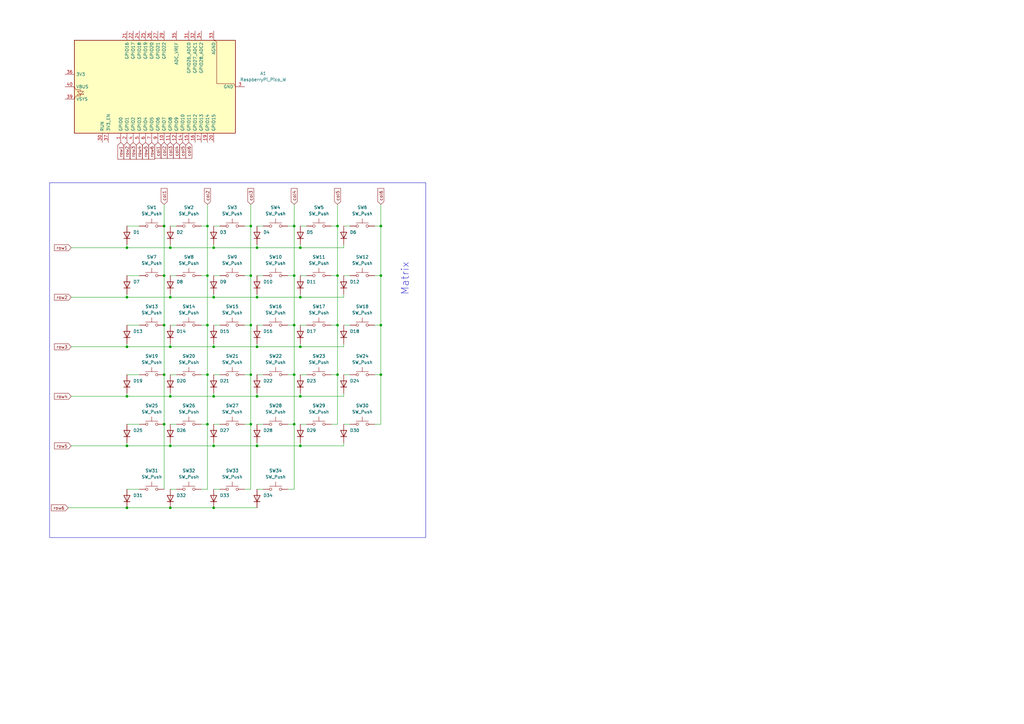
<source format=kicad_sch>
(kicad_sch (version 20250114) (generator "eeschema") (generator_version "9.0")
  (paper "A3")
  (lib_symbols
    (symbol "Diode:1N4148WT" (pin_numbers (hide yes)) (pin_names (hide yes))
      (property "Reference" "D" (at 0 2.54 0))
      (property "Value" "1N4148WT" (at 0 -2.54 0))
      (symbol "1N4148WT_0_1"
        (polyline (pts (xy -1.27 1.27) (xy -1.27 -1.27)) (stroke (width 0.254)))
        (polyline (pts (xy 1.27 1.27) (xy 1.27 -1.27) (xy -1.27 0) (xy 1.27 1.27)) (stroke (width 0.254)))
        (polyline (pts (xy 1.27 0) (xy -1.27 0)))
      )
      (symbol "1N4148WT_1_1"
        (pin passive line (at -3.81 0 0) (length 2.54) (name "K") (number "1"))
        (pin passive line (at 3.81 0 180) (length 2.54) (name "A") (number "2"))
      )
    )
    (symbol "MCU_Module:RaspberryPi_Pico_W" (pin_names (offset 0.762))
      (property "Reference" "A" (at -19.05 35.56 0))
      (property "Value" "RaspberryPi_Pico_W" (at 7.62 35.56 0))
      (symbol "RaspberryPi_Pico_W_0_1"
        (rectangle (start -19.05 34.29) (end 19.05 -31.75) (stroke (width 0.254)) (fill (type background)))
        (polyline (pts (xy -5.08 34.29) (xy -3.81 33.655) (xy -3.81 31.75) (xy -3.175 31.75)))
        (polyline (pts (xy -3.429 32.766) (xy -3.429 33.02) (xy -3.175 33.02) (xy -3.175 30.48) (xy -2.921 30.48) (xy -2.921 30.734)))
        (polyline (pts (xy -3.175 31.75) (xy -1.905 33.02) (xy -1.905 30.48) (xy -3.175 31.75)))
        (polyline (pts (xy 0 34.29) (xy -1.27 33.655) (xy -1.27 31.75) (xy -1.905 31.75)))
        (polyline (pts (xy 0 -31.75) (xy 1.27 -31.115) (xy 1.27 -24.13) (xy 18.415 -24.13) (xy 19.05 -22.86)))
      )
      (symbol "RaspberryPi_Pico_W_1_1"
        (pin passive line (at -22.86 22.86 0) (length 3.81) (name "RUN") (number "30"))
        (pin passive line (at -22.86 20.32 0) (length 3.81) (name "3V3_EN") (number "37"))
        (pin bidirectional line (at -22.86 15.24 0) (length 3.81) (name "GPIO0") (number "1"))
        (pin bidirectional line (at -22.86 12.7 0) (length 3.81) (name "GPIO1") (number "2"))
        (pin bidirectional line (at -22.86 10.16 0) (length 3.81) (name "GPIO2") (number "4"))
        (pin bidirectional line (at -22.86 7.62 0) (length 3.81) (name "GPIO3") (number "5"))
        (pin bidirectional line (at -22.86 5.08 0) (length 3.81) (name "GPIO4") (number "6"))
        (pin bidirectional line (at -22.86 2.54 0) (length 3.81) (name "GPIO5") (number "7"))
        (pin bidirectional line (at -22.86 0 0) (length 3.81) (name "GPIO6") (number "9"))
        (pin bidirectional line (at -22.86 -2.54 0) (length 3.81) (name "GPIO7") (number "10"))
        (pin bidirectional line (at -22.86 -5.08 0) (length 3.81) (name "GPIO8") (number "11"))
        (pin bidirectional line (at -22.86 -7.62 0) (length 3.81) (name "GPIO9") (number "12"))
        (pin bidirectional line (at -22.86 -10.16 0) (length 3.81) (name "GPIO10") (number "14"))
        (pin bidirectional line (at -22.86 -12.7 0) (length 3.81) (name "GPIO11") (number "15"))
        (pin bidirectional line (at -22.86 -15.24 0) (length 3.81) (name "GPIO12") (number "16"))
        (pin bidirectional line (at -22.86 -17.78 0) (length 3.81) (name "GPIO13") (number "17"))
        (pin bidirectional line (at -22.86 -20.32 0) (length 3.81) (name "GPIO14") (number "19"))
        (pin bidirectional line (at -22.86 -22.86 0) (length 3.81) (name "GPIO15") (number "20"))
        (pin power_in line (at -5.08 38.1 270) (length 3.81) (name "VSYS") (number "39"))
        (pin power_out line (at 0 38.1 270) (length 3.81) (name "VBUS") (number "40"))
        (pin passive line (at 0 -35.56 90) (length 3.81) (hide yes) (name "GND") (number "13"))
        (pin passive line (at 0 -35.56 90) (length 3.81) (hide yes) (name "GND") (number "18"))
        (pin passive line (at 0 -35.56 90) (length 3.81) (hide yes) (name "GND") (number "23"))
        (pin passive line (at 0 -35.56 90) (length 3.81) (hide yes) (name "GND") (number "28"))
        (pin power_out line (at 0 -35.56 90) (length 3.81) (name "GND") (number "3"))
        (pin passive line (at 0 -35.56 90) (length 3.81) (hide yes) (name "GND") (number "38"))
        (pin passive line (at 0 -35.56 90) (length 3.81) (hide yes) (name "GND") (number "8"))
        (pin power_out line (at 5.08 38.1 270) (length 3.81) (name "3V3") (number "36"))
        (pin bidirectional line (at 22.86 12.7 180) (length 3.81) (name "GPIO16") (number "21"))
        (pin bidirectional line (at 22.86 10.16 180) (length 3.81) (name "GPIO17") (number "22"))
        (pin bidirectional line (at 22.86 7.62 180) (length 3.81) (name "GPIO18") (number "24"))
        (pin bidirectional line (at 22.86 5.08 180) (length 3.81) (name "GPIO19") (number "25"))
        (pin bidirectional line (at 22.86 2.54 180) (length 3.81) (name "GPIO20") (number "26"))
        (pin bidirectional line (at 22.86 0 180) (length 3.81) (name "GPIO21") (number "27"))
        (pin bidirectional line (at 22.86 -2.54 180) (length 3.81) (name "GPIO22") (number "29"))
        (pin power_in line (at 22.86 -7.62 180) (length 3.81) (name "ADC_VREF") (number "35"))
        (pin bidirectional line (at 22.86 -12.7 180) (length 3.81) (name "GPIO26_ADC0") (number "31"))
        (pin bidirectional line (at 22.86 -15.24 180) (length 3.81) (name "GPIO27_ADC1") (number "32"))
        (pin bidirectional line (at 22.86 -17.78 180) (length 3.81) (name "GPIO28_ADC2") (number "34"))
        (pin power_out line (at 22.86 -22.86 180) (length 3.81) (name "AGND") (number "33"))
      )
    )
    (symbol "Switch:SW_Push" (pin_numbers (hide yes)) (pin_names (offset 1.016) (hide yes))
      (property "Reference" "SW" (at 1.27 2.54 0))
      (property "Value" "SW_Push" (at 0 -1.524 0))
      (symbol "SW_Push_0_1"
        (circle (center -2.032 0) (radius 0.508))
        (polyline (pts (xy 0 1.27) (xy 0 3.048)))
        (circle (center 2.032 0) (radius 0.508))
        (polyline (pts (xy 2.54 1.27) (xy -2.54 1.27)))
        (pin passive line (at -5.08 0 0) (length 2.54) (name "1") (number "1"))
        (pin passive line (at 5.08 0 180) (length 2.54) (name "2") (number "2"))
      )
    )
  )
  (rectangle (start 20.32 74.93) (end 174.625 220.472))
  (text "Matrix\n" (at 167.894 107.442 90) (effects (font (size 3 3)) (justify right bottom)))
  (junction (at 52.07 142.24))
  (junction (at 123.19 121.92))
  (junction (at 120.65 113.03))
  (junction (at 69.85 162.56))
  (junction (at 67.31 173.99))
  (junction (at 87.63 162.56))
  (junction (at 105.41 121.92))
  (junction (at 67.31 133.35))
  (junction (at 67.31 153.67))
  (junction (at 102.87 113.03))
  (junction (at 87.63 121.92))
  (junction (at 85.09 113.03))
  (junction (at 156.21 133.35))
  (junction (at 138.43 153.67))
  (junction (at 69.85 208.28))
  (junction (at 87.63 142.24))
  (junction (at 120.65 173.99))
  (junction (at 87.63 182.88))
  (junction (at 52.07 162.56))
  (junction (at 120.65 153.67))
  (junction (at 102.87 92.71))
  (junction (at 85.09 92.71))
  (junction (at 52.07 121.92))
  (junction (at 102.87 133.35))
  (junction (at 69.85 182.88))
  (junction (at 123.19 162.56))
  (junction (at 123.19 101.6))
  (junction (at 85.09 173.99))
  (junction (at 105.41 142.24))
  (junction (at 138.43 113.03))
  (junction (at 102.87 173.99))
  (junction (at 156.21 113.03))
  (junction (at 123.19 182.88))
  (junction (at 85.09 133.35))
  (junction (at 69.85 101.6))
  (junction (at 105.41 162.56))
  (junction (at 156.21 153.67))
  (junction (at 87.63 101.6))
  (junction (at 120.65 92.71))
  (junction (at 52.07 101.6))
  (junction (at 52.07 182.88))
  (junction (at 52.07 208.28))
  (junction (at 123.19 142.24))
  (junction (at 105.41 182.88))
  (junction (at 67.31 113.03))
  (junction (at 85.09 153.67))
  (junction (at 105.41 101.6))
  (junction (at 69.85 142.24))
  (junction (at 138.43 133.35))
  (junction (at 67.31 92.71))
  (junction (at 87.63 208.28))
  (junction (at 156.21 92.71))
  (junction (at 138.43 92.71))
  (junction (at 69.85 121.92))
  (junction (at 102.87 153.67))
  (junction (at 120.65 133.35))
  (wire (pts (xy 102.87 173.99) (xy 102.87 200.66)))
  (wire (pts (xy 67.31 133.35) (xy 67.31 153.67)))
  (wire (pts (xy 85.09 133.35) (xy 85.09 153.67)))
  (wire (pts (xy 87.63 133.35) (xy 90.17 133.35)))
  (wire (pts (xy 85.09 92.71) (xy 85.09 113.03)))
  (wire (pts (xy 52.07 208.28) (xy 69.85 208.28)))
  (wire (pts (xy 118.11 153.67) (xy 120.65 153.67)))
  (wire (pts (xy 67.31 153.67) (xy 67.31 173.99)))
  (wire (pts (xy 156.21 83.82) (xy 156.21 92.71)))
  (wire (pts (xy 100.33 113.03) (xy 102.87 113.03)))
  (wire (pts (xy 69.85 161.29) (xy 69.85 162.56)))
  (wire (pts (xy 87.63 92.71) (xy 90.17 92.71)))
  (wire (pts (xy 29.21 142.24) (xy 52.07 142.24)))
  (wire (pts (xy 69.85 120.65) (xy 69.85 121.92)))
  (wire (pts (xy 82.55 113.03) (xy 85.09 113.03)))
  (wire (pts (xy 123.19 121.92) (xy 140.97 121.92)))
  (wire (pts (xy 105.41 92.71) (xy 107.95 92.71)))
  (wire (pts (xy 135.89 133.35) (xy 138.43 133.35)))
  (wire (pts (xy 69.85 181.61) (xy 69.85 182.88)))
  (wire (pts (xy 87.63 162.56) (xy 105.41 162.56)))
  (wire (pts (xy 123.19 161.29) (xy 123.19 162.56)))
  (wire (pts (xy 118.11 200.66) (xy 120.65 200.66)))
  (wire (pts (xy 87.63 100.33) (xy 87.63 101.6)))
  (wire (pts (xy 153.67 113.03) (xy 156.21 113.03)))
  (wire (pts (xy 138.43 83.82) (xy 138.43 92.71)))
  (wire (pts (xy 29.21 121.92) (xy 52.07 121.92)))
  (wire (pts (xy 120.65 83.82) (xy 120.65 92.71)))
  (wire (pts (xy 123.19 181.61) (xy 123.19 182.88)))
  (wire (pts (xy 140.97 161.29) (xy 140.97 162.56)))
  (wire (pts (xy 52.07 162.56) (xy 69.85 162.56)))
  (wire (pts (xy 105.41 121.92) (xy 123.19 121.92)))
  (wire (pts (xy 52.07 121.92) (xy 69.85 121.92)))
  (wire (pts (xy 140.97 100.33) (xy 140.97 101.6)))
  (wire (pts (xy 153.67 153.67) (xy 156.21 153.67)))
  (wire (pts (xy 140.97 113.03) (xy 143.51 113.03)))
  (wire (pts (xy 69.85 153.67) (xy 72.39 153.67)))
  (wire (pts (xy 67.31 113.03) (xy 67.31 133.35)))
  (wire (pts (xy 102.87 92.71) (xy 102.87 113.03)))
  (wire (pts (xy 100.33 133.35) (xy 102.87 133.35)))
  (wire (pts (xy 85.09 113.03) (xy 85.09 133.35)))
  (wire (pts (xy 87.63 120.65) (xy 87.63 121.92)))
  (wire (pts (xy 123.19 153.67) (xy 125.73 153.67)))
  (wire (pts (xy 105.41 113.03) (xy 107.95 113.03)))
  (wire (pts (xy 52.07 133.35) (xy 57.15 133.35)))
  (wire (pts (xy 67.31 92.71) (xy 67.31 113.03)))
  (wire (pts (xy 29.21 101.6) (xy 52.07 101.6)))
  (wire (pts (xy 69.85 133.35) (xy 72.39 133.35)))
  (wire (pts (xy 87.63 101.6) (xy 105.41 101.6)))
  (wire (pts (xy 100.33 173.99) (xy 102.87 173.99)))
  (wire (pts (xy 156.21 92.71) (xy 156.21 113.03)))
  (wire (pts (xy 52.07 120.65) (xy 52.07 121.92)))
  (wire (pts (xy 135.89 153.67) (xy 138.43 153.67)))
  (wire (pts (xy 52.07 161.29) (xy 52.07 162.56)))
  (wire (pts (xy 120.65 113.03) (xy 120.65 133.35)))
  (wire (pts (xy 27.94 208.28) (xy 52.07 208.28)))
  (wire (pts (xy 138.43 113.03) (xy 138.43 133.35)))
  (wire (pts (xy 123.19 92.71) (xy 125.73 92.71)))
  (wire (pts (xy 67.31 173.99) (xy 67.31 200.66)))
  (wire (pts (xy 69.85 142.24) (xy 87.63 142.24)))
  (wire (pts (xy 138.43 153.67) (xy 138.43 173.99)))
  (wire (pts (xy 82.55 173.99) (xy 85.09 173.99)))
  (wire (pts (xy 100.33 92.71) (xy 102.87 92.71)))
  (wire (pts (xy 123.19 140.97) (xy 123.19 142.24)))
  (wire (pts (xy 52.07 92.71) (xy 57.15 92.71)))
  (wire (pts (xy 87.63 140.97) (xy 87.63 142.24)))
  (wire (pts (xy 118.11 173.99) (xy 120.65 173.99)))
  (wire (pts (xy 105.41 101.6) (xy 123.19 101.6)))
  (wire (pts (xy 85.09 173.99) (xy 85.09 200.66)))
  (wire (pts (xy 140.97 173.99) (xy 143.51 173.99)))
  (wire (pts (xy 123.19 162.56) (xy 140.97 162.56)))
  (wire (pts (xy 153.67 133.35) (xy 156.21 133.35)))
  (wire (pts (xy 105.41 173.99) (xy 107.95 173.99)))
  (wire (pts (xy 102.87 83.82) (xy 102.87 92.71)))
  (wire (pts (xy 52.07 153.67) (xy 57.15 153.67)))
  (wire (pts (xy 67.31 83.82) (xy 67.31 92.71)))
  (wire (pts (xy 69.85 140.97) (xy 69.85 142.24)))
  (wire (pts (xy 140.97 120.65) (xy 140.97 121.92)))
  (wire (pts (xy 52.07 182.88) (xy 69.85 182.88)))
  (wire (pts (xy 87.63 121.92) (xy 105.41 121.92)))
  (wire (pts (xy 105.41 200.66) (xy 107.95 200.66)))
  (wire (pts (xy 105.41 133.35) (xy 107.95 133.35)))
  (wire (pts (xy 138.43 133.35) (xy 138.43 153.67)))
  (wire (pts (xy 118.11 133.35) (xy 120.65 133.35)))
  (wire (pts (xy 87.63 161.29) (xy 87.63 162.56)))
  (wire (pts (xy 87.63 113.03) (xy 90.17 113.03)))
  (wire (pts (xy 140.97 181.61) (xy 140.97 182.88)))
  (wire (pts (xy 140.97 153.67) (xy 143.51 153.67)))
  (wire (pts (xy 52.07 142.24) (xy 69.85 142.24)))
  (wire (pts (xy 105.41 182.88) (xy 123.19 182.88)))
  (wire (pts (xy 105.41 100.33) (xy 105.41 101.6)))
  (wire (pts (xy 123.19 120.65) (xy 123.19 121.92)))
  (wire (pts (xy 105.41 142.24) (xy 123.19 142.24)))
  (wire (pts (xy 105.41 181.61) (xy 105.41 182.88)))
  (wire (pts (xy 82.55 153.67) (xy 85.09 153.67)))
  (wire (pts (xy 118.11 113.03) (xy 120.65 113.03)))
  (wire (pts (xy 87.63 181.61) (xy 87.63 182.88)))
  (wire (pts (xy 120.65 92.71) (xy 120.65 113.03)))
  (wire (pts (xy 105.41 161.29) (xy 105.41 162.56)))
  (wire (pts (xy 87.63 208.28) (xy 105.41 208.28)))
  (wire (pts (xy 123.19 100.33) (xy 123.19 101.6)))
  (wire (pts (xy 69.85 200.66) (xy 72.39 200.66)))
  (wire (pts (xy 123.19 173.99) (xy 125.73 173.99)))
  (wire (pts (xy 82.55 133.35) (xy 85.09 133.35)))
  (wire (pts (xy 120.65 173.99) (xy 120.65 200.66)))
  (wire (pts (xy 87.63 182.88) (xy 105.41 182.88)))
  (wire (pts (xy 105.41 153.67) (xy 107.95 153.67)))
  (wire (pts (xy 140.97 92.71) (xy 143.51 92.71)))
  (wire (pts (xy 138.43 92.71) (xy 138.43 113.03)))
  (wire (pts (xy 123.19 182.88) (xy 140.97 182.88)))
  (wire (pts (xy 135.89 113.03) (xy 138.43 113.03)))
  (wire (pts (xy 123.19 133.35) (xy 125.73 133.35)))
  (wire (pts (xy 69.85 162.56) (xy 87.63 162.56)))
  (wire (pts (xy 102.87 133.35) (xy 102.87 153.67)))
  (wire (pts (xy 156.21 113.03) (xy 156.21 133.35)))
  (wire (pts (xy 123.19 101.6) (xy 140.97 101.6)))
  (wire (pts (xy 52.07 181.61) (xy 52.07 182.88)))
  (wire (pts (xy 69.85 208.28) (xy 87.63 208.28)))
  (wire (pts (xy 69.85 121.92) (xy 87.63 121.92)))
  (wire (pts (xy 156.21 153.67) (xy 156.21 173.99)))
  (wire (pts (xy 87.63 173.99) (xy 90.17 173.99)))
  (wire (pts (xy 140.97 140.97) (xy 140.97 142.24)))
  (wire (pts (xy 69.85 92.71) (xy 72.39 92.71)))
  (wire (pts (xy 69.85 173.99) (xy 72.39 173.99)))
  (wire (pts (xy 52.07 140.97) (xy 52.07 142.24)))
  (wire (pts (xy 52.07 101.6) (xy 69.85 101.6)))
  (wire (pts (xy 105.41 162.56) (xy 123.19 162.56)))
  (wire (pts (xy 123.19 113.03) (xy 125.73 113.03)))
  (wire (pts (xy 52.07 113.03) (xy 57.15 113.03)))
  (wire (pts (xy 29.21 182.88) (xy 52.07 182.88)))
  (wire (pts (xy 118.11 92.71) (xy 120.65 92.71)))
  (wire (pts (xy 82.55 200.66) (xy 85.09 200.66)))
  (wire (pts (xy 105.41 120.65) (xy 105.41 121.92)))
  (wire (pts (xy 135.89 92.71) (xy 138.43 92.71)))
  (wire (pts (xy 69.85 113.03) (xy 72.39 113.03)))
  (wire (pts (xy 52.07 173.99) (xy 57.15 173.99)))
  (wire (pts (xy 123.19 142.24) (xy 140.97 142.24)))
  (wire (pts (xy 85.09 83.82) (xy 85.09 92.71)))
  (wire (pts (xy 87.63 153.67) (xy 90.17 153.67)))
  (wire (pts (xy 52.07 100.33) (xy 52.07 101.6)))
  (wire (pts (xy 120.65 133.35) (xy 120.65 153.67)))
  (wire (pts (xy 105.41 140.97) (xy 105.41 142.24)))
  (wire (pts (xy 156.21 133.35) (xy 156.21 153.67)))
  (wire (pts (xy 82.55 92.71) (xy 85.09 92.71)))
  (wire (pts (xy 29.21 162.56) (xy 52.07 162.56)))
  (wire (pts (xy 85.09 153.67) (xy 85.09 173.99)))
  (wire (pts (xy 100.33 200.66) (xy 102.87 200.66)))
  (wire (pts (xy 87.63 142.24) (xy 105.41 142.24)))
  (wire (pts (xy 69.85 101.6) (xy 87.63 101.6)))
  (wire (pts (xy 153.67 173.99) (xy 156.21 173.99)))
  (wire (pts (xy 100.33 153.67) (xy 102.87 153.67)))
  (wire (pts (xy 87.63 200.66) (xy 90.17 200.66)))
  (wire (pts (xy 102.87 113.03) (xy 102.87 133.35)))
  (wire (pts (xy 102.87 153.67) (xy 102.87 173.99)))
  (wire (pts (xy 120.65 153.67) (xy 120.65 173.99)))
  (wire (pts (xy 135.89 173.99) (xy 138.43 173.99)))
  (wire (pts (xy 69.85 182.88) (xy 87.63 182.88)))
  (wire (pts (xy 153.67 92.71) (xy 156.21 92.71)))
  (wire (pts (xy 52.07 200.66) (xy 57.15 200.66)))
  (wire (pts (xy 140.97 133.35) (xy 143.51 133.35)))
  (wire (pts (xy 69.85 100.33) (xy 69.85 101.6)))
  (global_label "col4" (shape input) (at 120.65 83.82 90) (property "Intersheetrefs" "${INTERSHEET_REFS}" (effects (hide yes))))
  (global_label "row4" (shape input) (at 29.21 162.56 180) (property "Intersheetrefs" "${INTERSHEET_REFS}" (effects (hide yes))))
  (global_label "row3" (shape input) (at 29.21 142.24 180) (property "Intersheetrefs" "${INTERSHEET_REFS}" (effects (hide yes))))
  (global_label "row6" (shape input) (at 62.23 58.42 270) (property "Intersheetrefs" "${INTERSHEET_REFS}" (effects (hide yes))))
  (global_label "col3" (shape input) (at 102.87 83.82 90) (property "Intersheetrefs" "${INTERSHEET_REFS}" (effects (hide yes))))
  (global_label "col2" (shape input) (at 67.31 58.42 270) (property "Intersheetrefs" "${INTERSHEET_REFS}" (effects (hide yes))))
  (global_label "col1" (shape input) (at 64.77 58.42 270) (property "Intersheetrefs" "${INTERSHEET_REFS}" (effects (hide yes))))
  (global_label "row5" (shape input) (at 59.69 58.42 270) (property "Intersheetrefs" "${INTERSHEET_REFS}" (effects (hide yes))))
  (global_label "col5" (shape input) (at 74.93 58.42 270) (property "Intersheetrefs" "${INTERSHEET_REFS}" (effects (hide yes))))
  (global_label "col4" (shape input) (at 72.39 58.42 270) (property "Intersheetrefs" "${INTERSHEET_REFS}" (effects (hide yes))))
  (global_label "row2" (shape input) (at 29.21 121.92 180) (property "Intersheetrefs" "${INTERSHEET_REFS}" (effects (hide yes))))
  (global_label "col1" (shape input) (at 67.31 83.82 90) (property "Intersheetrefs" "${INTERSHEET_REFS}" (effects (hide yes))))
  (global_label "col2" (shape input) (at 85.09 83.82 90) (property "Intersheetrefs" "${INTERSHEET_REFS}" (effects (hide yes))))
  (global_label "col5" (shape input) (at 138.43 83.82 90) (property "Intersheetrefs" "${INTERSHEET_REFS}" (effects (hide yes))))
  (global_label "row4" (shape input) (at 57.15 58.42 270) (property "Intersheetrefs" "${INTERSHEET_REFS}" (effects (hide yes))))
  (global_label "row6" (shape input) (at 27.94 208.28 180) (property "Intersheetrefs" "${INTERSHEET_REFS}" (effects (hide yes))))
  (global_label "row1" (shape input) (at 29.21 101.6 180) (property "Intersheetrefs" "${INTERSHEET_REFS}" (effects (hide yes))))
  (global_label "col3" (shape input) (at 69.85 58.42 270) (property "Intersheetrefs" "${INTERSHEET_REFS}" (effects (hide yes))))
  (global_label "col6" (shape input) (at 156.21 83.82 90) (property "Intersheetrefs" "${INTERSHEET_REFS}" (effects (hide yes))))
  (global_label "col6" (shape input) (at 77.47 58.42 270) (property "Intersheetrefs" "${INTERSHEET_REFS}" (effects (hide yes))))
  (global_label "row1" (shape input) (at 49.53 58.42 270) (property "Intersheetrefs" "${INTERSHEET_REFS}" (effects (hide yes))))
  (global_label "row5" (shape input) (at 29.21 182.88 180) (property "Intersheetrefs" "${INTERSHEET_REFS}" (effects (hide yes))))
  (global_label "row3" (shape input) (at 54.61 58.42 270) (property "Intersheetrefs" "${INTERSHEET_REFS}" (effects (hide yes))))
  (global_label "row2" (shape input) (at 52.07 58.42 270) (property "Intersheetrefs" "${INTERSHEET_REFS}" (effects (hide yes))))
  (symbol (lib_id "Diode:1N4148WT") (at 105.41 116.84 90) (unit 1)
    (property "Reference" "D10" (at 107.95 115.5699 90) (effects (justify right)))
    (property "Value" "1N4148WT" (effects (hide yes)))
    (property "Footprint" "Diode_SMD:D_SOD-523" (effects (hide yes)))
    (property "Datasheet" "https://www.diodes.com/assets/Datasheets/ds30396.pdf" (effects (hide yes)))
    (property "Description" "75V 0.15A Fast switching Diode, SOD-523" (effects (hide yes)))
    (property "Sim.Device" "D" (effects (hide yes)))
    (property "Sim.Pins" "1=K 2=A" (effects (hide yes)))
  )
  (symbol (lib_id "Switch:SW_Push") (at 77.47 113.03 0) (unit 1)
    (property "Reference" "SW8" (at 77.47 105.41 0))
    (property "Value" "SW_Push" (at 77.47 107.95 0))
    (property "Footprint" "Button_Switch_Keyboard:SW_Cherry_MX_1.00u_PCB" (effects (hide yes)))
    (property "Description" "Push button switch, generic, two pins" (effects (hide yes)))
  )
  (symbol (lib_id "Switch:SW_Push") (at 62.23 113.03 0) (unit 1)
    (property "Reference" "SW7" (at 62.23 105.41 0))
    (property "Value" "SW_Push" (at 62.23 107.95 0))
    (property "Footprint" "Button_Switch_Keyboard:SW_Cherry_MX_1.00u_PCB" (effects (hide yes)))
    (property "Description" "Push button switch, generic, two pins" (effects (hide yes)))
  )
  (symbol (lib_id "Switch:SW_Push") (at 113.03 173.99 0) (unit 1)
    (property "Reference" "SW28" (at 113.03 166.37 0))
    (property "Value" "SW_Push" (at 113.03 168.91 0))
    (property "Footprint" "Button_Switch_Keyboard:SW_Cherry_MX_1.00u_PCB" (effects (hide yes)))
    (property "Description" "Push button switch, generic, two pins" (effects (hide yes)))
  )
  (symbol (lib_id "Switch:SW_Push") (at 62.23 200.66 0) (unit 1)
    (property "Reference" "SW31" (at 62.23 193.04 0))
    (property "Value" "SW_Push" (at 62.23 195.58 0))
    (property "Footprint" "Button_Switch_Keyboard:SW_Cherry_MX_1.00u_PCB" (effects (hide yes)))
    (property "Description" "Push button switch, generic, two pins" (effects (hide yes)))
  )
  (symbol (lib_id "Switch:SW_Push") (at 148.59 113.03 0) (unit 1)
    (property "Reference" "SW12" (at 148.59 105.41 0))
    (property "Value" "SW_Push" (at 148.59 107.95 0))
    (property "Footprint" "Button_Switch_Keyboard:SW_Cherry_MX_1.00u_PCB" (effects (hide yes)))
    (property "Description" "Push button switch, generic, two pins" (effects (hide yes)))
  )
  (symbol (lib_id "Switch:SW_Push") (at 95.25 173.99 0) (unit 1)
    (property "Reference" "SW27" (at 95.25 166.37 0))
    (property "Value" "SW_Push" (at 95.25 168.91 0))
    (property "Footprint" "Button_Switch_Keyboard:SW_Cherry_MX_1.00u_PCB" (effects (hide yes)))
    (property "Description" "Push button switch, generic, two pins" (effects (hide yes)))
  )
  (symbol (lib_id "Switch:SW_Push") (at 95.25 92.71 0) (unit 1)
    (property "Reference" "SW3" (at 95.25 85.09 0))
    (property "Value" "SW_Push" (at 95.25 87.63 0))
    (property "Footprint" "Button_Switch_Keyboard:SW_Cherry_MX_1.00u_PCB" (effects (hide yes)))
    (property "Description" "Push button switch, generic, two pins" (effects (hide yes)))
  )
  (symbol (lib_id "Switch:SW_Push") (at 113.03 113.03 0) (unit 1)
    (property "Reference" "SW10" (at 113.03 105.41 0))
    (property "Value" "SW_Push" (at 113.03 107.95 0))
    (property "Footprint" "Button_Switch_Keyboard:SW_Cherry_MX_1.00u_PCB" (effects (hide yes)))
    (property "Description" "Push button switch, generic, two pins" (effects (hide yes)))
  )
  (symbol (lib_id "Diode:1N4148WT") (at 87.63 137.16 90) (unit 1)
    (property "Reference" "D15" (at 90.17 135.8899 90) (effects (justify right)))
    (property "Value" "1N4148WT" (effects (hide yes)))
    (property "Footprint" "Diode_SMD:D_SOD-523" (effects (hide yes)))
    (property "Datasheet" "https://www.diodes.com/assets/Datasheets/ds30396.pdf" (effects (hide yes)))
    (property "Description" "75V 0.15A Fast switching Diode, SOD-523" (effects (hide yes)))
    (property "Sim.Device" "D" (effects (hide yes)))
    (property "Sim.Pins" "1=K 2=A" (effects (hide yes)))
  )
  (symbol (lib_id "Diode:1N4148WT") (at 105.41 157.48 90) (unit 1)
    (property "Reference" "D22" (at 107.95 156.2099 90) (effects (justify right)))
    (property "Value" "1N4148WT" (effects (hide yes)))
    (property "Footprint" "Diode_SMD:D_SOD-523" (effects (hide yes)))
    (property "Datasheet" "https://www.diodes.com/assets/Datasheets/ds30396.pdf" (effects (hide yes)))
    (property "Description" "75V 0.15A Fast switching Diode, SOD-523" (effects (hide yes)))
    (property "Sim.Device" "D" (effects (hide yes)))
    (property "Sim.Pins" "1=K 2=A" (effects (hide yes)))
  )
  (symbol (lib_id "Switch:SW_Push") (at 77.47 200.66 0) (unit 1)
    (property "Reference" "SW32" (at 77.47 193.04 0))
    (property "Value" "SW_Push" (at 77.47 195.58 0))
    (property "Footprint" "Button_Switch_Keyboard:SW_Cherry_MX_1.00u_PCB" (effects (hide yes)))
    (property "Description" "Push button switch, generic, two pins" (effects (hide yes)))
  )
  (symbol (lib_id "Diode:1N4148WT") (at 52.07 157.48 90) (unit 1)
    (property "Reference" "D19" (at 54.61 156.2099 90) (effects (justify right)))
    (property "Value" "1N4148WT" (effects (hide yes)))
    (property "Footprint" "Diode_SMD:D_SOD-523" (effects (hide yes)))
    (property "Datasheet" "https://www.diodes.com/assets/Datasheets/ds30396.pdf" (effects (hide yes)))
    (property "Description" "75V 0.15A Fast switching Diode, SOD-523" (effects (hide yes)))
    (property "Sim.Device" "D" (effects (hide yes)))
    (property "Sim.Pins" "1=K 2=A" (effects (hide yes)))
  )
  (symbol (lib_id "Switch:SW_Push") (at 95.25 153.67 0) (unit 1)
    (property "Reference" "SW21" (at 95.25 146.05 0))
    (property "Value" "SW_Push" (at 95.25 148.59 0))
    (property "Footprint" "Button_Switch_Keyboard:SW_Cherry_MX_1.00u_PCB" (effects (hide yes)))
    (property "Description" "Push button switch, generic, two pins" (effects (hide yes)))
  )
  (symbol (lib_id "Switch:SW_Push") (at 148.59 173.99 0) (unit 1)
    (property "Reference" "SW30" (at 148.59 166.37 0))
    (property "Value" "SW_Push" (at 148.59 168.91 0))
    (property "Footprint" "Button_Switch_Keyboard:SW_Cherry_MX_1.00u_PCB" (effects (hide yes)))
    (property "Description" "Push button switch, generic, two pins" (effects (hide yes)))
  )
  (symbol (lib_id "Switch:SW_Push") (at 62.23 133.35 0) (unit 1)
    (property "Reference" "SW13" (at 62.23 125.73 0))
    (property "Value" "SW_Push" (at 62.23 128.27 0))
    (property "Footprint" "Button_Switch_Keyboard:SW_Cherry_MX_1.00u_PCB" (effects (hide yes)))
    (property "Description" "Push button switch, generic, two pins" (effects (hide yes)))
  )
  (symbol (lib_id "Diode:1N4148WT") (at 69.85 204.47 90) (unit 1)
    (property "Reference" "D32" (at 72.39 203.1999 90) (effects (justify right)))
    (property "Value" "1N4148WT" (effects (hide yes)))
    (property "Footprint" "Diode_SMD:D_SOD-523" (effects (hide yes)))
    (property "Datasheet" "https://www.diodes.com/assets/Datasheets/ds30396.pdf" (effects (hide yes)))
    (property "Description" "75V 0.15A Fast switching Diode, SOD-523" (effects (hide yes)))
    (property "Sim.Device" "D" (effects (hide yes)))
    (property "Sim.Pins" "1=K 2=A" (effects (hide yes)))
  )
  (symbol (lib_id "Diode:1N4148WT") (at 105.41 204.47 90) (unit 1)
    (property "Reference" "D34" (at 107.95 203.1999 90) (effects (justify right)))
    (property "Value" "1N4148WT" (effects (hide yes)))
    (property "Footprint" "Diode_SMD:D_SOD-523" (effects (hide yes)))
    (property "Datasheet" "https://www.diodes.com/assets/Datasheets/ds30396.pdf" (effects (hide yes)))
    (property "Description" "75V 0.15A Fast switching Diode, SOD-523" (effects (hide yes)))
    (property "Sim.Device" "D" (effects (hide yes)))
    (property "Sim.Pins" "1=K 2=A" (effects (hide yes)))
  )
  (symbol (lib_id "Diode:1N4148WT") (at 52.07 96.52 90) (unit 1)
    (property "Reference" "D1" (at 54.61 95.2499 90) (effects (justify right)))
    (property "Value" "1N4148WT" (effects (hide yes)))
    (property "Footprint" "Diode_SMD:D_SOD-523" (effects (hide yes)))
    (property "Datasheet" "https://www.diodes.com/assets/Datasheets/ds30396.pdf" (effects (hide yes)))
    (property "Description" "75V 0.15A Fast switching Diode, SOD-523" (effects (hide yes)))
    (property "Sim.Device" "D" (effects (hide yes)))
    (property "Sim.Pins" "1=K 2=A" (effects (hide yes)))
  )
  (symbol (lib_id "Switch:SW_Push") (at 148.59 133.35 0) (unit 1)
    (property "Reference" "SW18" (at 148.59 125.73 0))
    (property "Value" "SW_Push" (at 148.59 128.27 0))
    (property "Footprint" "Button_Switch_Keyboard:SW_Cherry_MX_1.00u_PCB" (effects (hide yes)))
    (property "Description" "Push button switch, generic, two pins" (effects (hide yes)))
  )
  (symbol (lib_id "Diode:1N4148WT") (at 123.19 116.84 90) (unit 1)
    (property "Reference" "D11" (at 125.73 115.5699 90) (effects (justify right)))
    (property "Value" "1N4148WT" (effects (hide yes)))
    (property "Footprint" "Diode_SMD:D_SOD-523" (effects (hide yes)))
    (property "Datasheet" "https://www.diodes.com/assets/Datasheets/ds30396.pdf" (effects (hide yes)))
    (property "Description" "75V 0.15A Fast switching Diode, SOD-523" (effects (hide yes)))
    (property "Sim.Device" "D" (effects (hide yes)))
    (property "Sim.Pins" "1=K 2=A" (effects (hide yes)))
  )
  (symbol (lib_id "Switch:SW_Push") (at 130.81 173.99 0) (unit 1)
    (property "Reference" "SW29" (at 130.81 166.37 0))
    (property "Value" "SW_Push" (at 130.81 168.91 0))
    (property "Footprint" "Button_Switch_Keyboard:SW_Cherry_MX_1.00u_PCB" (effects (hide yes)))
    (property "Description" "Push button switch, generic, two pins" (effects (hide yes)))
  )
  (symbol (lib_id "Diode:1N4148WT") (at 52.07 204.47 90) (unit 1)
    (property "Reference" "D31" (at 54.61 203.1999 90) (effects (justify right)))
    (property "Value" "1N4148WT" (effects (hide yes)))
    (property "Footprint" "Diode_SMD:D_SOD-523" (effects (hide yes)))
    (property "Datasheet" "https://www.diodes.com/assets/Datasheets/ds30396.pdf" (effects (hide yes)))
    (property "Description" "75V 0.15A Fast switching Diode, SOD-523" (effects (hide yes)))
    (property "Sim.Device" "D" (effects (hide yes)))
    (property "Sim.Pins" "1=K 2=A" (effects (hide yes)))
  )
  (symbol (lib_id "Switch:SW_Push") (at 113.03 133.35 0) (unit 1)
    (property "Reference" "SW16" (at 113.03 125.73 0))
    (property "Value" "SW_Push" (at 113.03 128.27 0))
    (property "Footprint" "Button_Switch_Keyboard:SW_Cherry_MX_1.00u_PCB" (effects (hide yes)))
    (property "Description" "Push button switch, generic, two pins" (effects (hide yes)))
  )
  (symbol (lib_id "Switch:SW_Push") (at 148.59 92.71 0) (unit 1)
    (property "Reference" "SW6" (at 148.59 85.09 0))
    (property "Value" "SW_Push" (at 148.59 87.63 0))
    (property "Footprint" "Button_Switch_Keyboard:SW_Cherry_MX_1.00u_PCB" (effects (hide yes)))
    (property "Description" "Push button switch, generic, two pins" (effects (hide yes)))
  )
  (symbol (lib_id "Switch:SW_Push") (at 130.81 92.71 0) (unit 1)
    (property "Reference" "SW5" (at 130.81 85.09 0))
    (property "Value" "SW_Push" (at 130.81 87.63 0))
    (property "Footprint" "Button_Switch_Keyboard:SW_Cherry_MX_1.00u_PCB" (effects (hide yes)))
    (property "Description" "Push button switch, generic, two pins" (effects (hide yes)))
  )
  (symbol (lib_id "Switch:SW_Push") (at 95.25 113.03 0) (unit 1)
    (property "Reference" "SW9" (at 95.25 105.41 0))
    (property "Value" "SW_Push" (at 95.25 107.95 0))
    (property "Footprint" "Button_Switch_Keyboard:SW_Cherry_MX_1.00u_PCB" (effects (hide yes)))
    (property "Description" "Push button switch, generic, two pins" (effects (hide yes)))
  )
  (symbol (lib_id "Diode:1N4148WT") (at 87.63 157.48 90) (unit 1)
    (property "Reference" "D21" (at 90.17 156.2099 90) (effects (justify right)))
    (property "Value" "1N4148WT" (effects (hide yes)))
    (property "Footprint" "Diode_SMD:D_SOD-523" (effects (hide yes)))
    (property "Datasheet" "https://www.diodes.com/assets/Datasheets/ds30396.pdf" (effects (hide yes)))
    (property "Description" "75V 0.15A Fast switching Diode, SOD-523" (effects (hide yes)))
    (property "Sim.Device" "D" (effects (hide yes)))
    (property "Sim.Pins" "1=K 2=A" (effects (hide yes)))
  )
  (symbol (lib_id "Switch:SW_Push") (at 113.03 200.66 0) (unit 1)
    (property "Reference" "SW34" (at 113.03 193.04 0))
    (property "Value" "SW_Push" (at 113.03 195.58 0))
    (property "Footprint" "Button_Switch_Keyboard:SW_Cherry_MX_1.00u_PCB" (effects (hide yes)))
    (property "Description" "Push button switch, generic, two pins" (effects (hide yes)))
  )
  (symbol (lib_id "Diode:1N4148WT") (at 87.63 204.47 90) (unit 1)
    (property "Reference" "D33" (at 90.17 203.1999 90) (effects (justify right)))
    (property "Value" "1N4148WT" (effects (hide yes)))
    (property "Footprint" "Diode_SMD:D_SOD-523" (effects (hide yes)))
    (property "Datasheet" "https://www.diodes.com/assets/Datasheets/ds30396.pdf" (effects (hide yes)))
    (property "Description" "75V 0.15A Fast switching Diode, SOD-523" (effects (hide yes)))
    (property "Sim.Device" "D" (effects (hide yes)))
    (property "Sim.Pins" "1=K 2=A" (effects (hide yes)))
  )
  (symbol (lib_id "Diode:1N4148WT") (at 87.63 116.84 90) (unit 1)
    (property "Reference" "D9" (at 90.17 115.5699 90) (effects (justify right)))
    (property "Value" "1N4148WT" (effects (hide yes)))
    (property "Footprint" "Diode_SMD:D_SOD-523" (effects (hide yes)))
    (property "Datasheet" "https://www.diodes.com/assets/Datasheets/ds30396.pdf" (effects (hide yes)))
    (property "Description" "75V 0.15A Fast switching Diode, SOD-523" (effects (hide yes)))
    (property "Sim.Device" "D" (effects (hide yes)))
    (property "Sim.Pins" "1=K 2=A" (effects (hide yes)))
  )
  (symbol (lib_id "Diode:1N4148WT") (at 52.07 177.8 90) (unit 1)
    (property "Reference" "D25" (at 54.61 176.5299 90) (effects (justify right)))
    (property "Value" "1N4148WT" (effects (hide yes)))
    (property "Footprint" "Diode_SMD:D_SOD-523" (effects (hide yes)))
    (property "Datasheet" "https://www.diodes.com/assets/Datasheets/ds30396.pdf" (effects (hide yes)))
    (property "Description" "75V 0.15A Fast switching Diode, SOD-523" (effects (hide yes)))
    (property "Sim.Device" "D" (effects (hide yes)))
    (property "Sim.Pins" "1=K 2=A" (effects (hide yes)))
  )
  (symbol (lib_id "Diode:1N4148WT") (at 87.63 177.8 90) (unit 1)
    (property "Reference" "D27" (at 90.17 176.5299 90) (effects (justify right)))
    (property "Value" "1N4148WT" (effects (hide yes)))
    (property "Footprint" "Diode_SMD:D_SOD-523" (effects (hide yes)))
    (property "Datasheet" "https://www.diodes.com/assets/Datasheets/ds30396.pdf" (effects (hide yes)))
    (property "Description" "75V 0.15A Fast switching Diode, SOD-523" (effects (hide yes)))
    (property "Sim.Device" "D" (effects (hide yes)))
    (property "Sim.Pins" "1=K 2=A" (effects (hide yes)))
  )
  (symbol (lib_id "Diode:1N4148WT") (at 123.19 177.8 90) (unit 1)
    (property "Reference" "D29" (at 125.73 176.5299 90) (effects (justify right)))
    (property "Value" "1N4148WT" (effects (hide yes)))
    (property "Footprint" "Diode_SMD:D_SOD-523" (effects (hide yes)))
    (property "Datasheet" "https://www.diodes.com/assets/Datasheets/ds30396.pdf" (effects (hide yes)))
    (property "Description" "75V 0.15A Fast switching Diode, SOD-523" (effects (hide yes)))
    (property "Sim.Device" "D" (effects (hide yes)))
    (property "Sim.Pins" "1=K 2=A" (effects (hide yes)))
  )
  (symbol (lib_id "Switch:SW_Push") (at 62.23 153.67 0) (unit 1)
    (property "Reference" "SW19" (at 62.23 146.05 0))
    (property "Value" "SW_Push" (at 62.23 148.59 0))
    (property "Footprint" "Button_Switch_Keyboard:SW_Cherry_MX_1.00u_PCB" (effects (hide yes)))
    (property "Description" "Push button switch, generic, two pins" (effects (hide yes)))
  )
  (symbol (lib_id "Diode:1N4148WT") (at 140.97 116.84 90) (unit 1)
    (property "Reference" "D12" (at 143.51 115.5699 90) (effects (justify right)))
    (property "Value" "1N4148WT" (effects (hide yes)))
    (property "Footprint" "Diode_SMD:D_SOD-523" (effects (hide yes)))
    (property "Datasheet" "https://www.diodes.com/assets/Datasheets/ds30396.pdf" (effects (hide yes)))
    (property "Description" "75V 0.15A Fast switching Diode, SOD-523" (effects (hide yes)))
    (property "Sim.Device" "D" (effects (hide yes)))
    (property "Sim.Pins" "1=K 2=A" (effects (hide yes)))
  )
  (symbol (lib_id "Diode:1N4148WT") (at 69.85 137.16 90) (unit 1)
    (property "Reference" "D14" (at 72.39 135.8899 90) (effects (justify right)))
    (property "Value" "1N4148WT" (effects (hide yes)))
    (property "Footprint" "Diode_SMD:D_SOD-523" (effects (hide yes)))
    (property "Datasheet" "https://www.diodes.com/assets/Datasheets/ds30396.pdf" (effects (hide yes)))
    (property "Description" "75V 0.15A Fast switching Diode, SOD-523" (effects (hide yes)))
    (property "Sim.Device" "D" (effects (hide yes)))
    (property "Sim.Pins" "1=K 2=A" (effects (hide yes)))
  )
  (symbol (lib_id "Switch:SW_Push") (at 62.23 173.99 0) (unit 1)
    (property "Reference" "SW25" (at 62.23 166.37 0))
    (property "Value" "SW_Push" (at 62.23 168.91 0))
    (property "Footprint" "Button_Switch_Keyboard:SW_Cherry_MX_1.00u_PCB" (effects (hide yes)))
    (property "Description" "Push button switch, generic, two pins" (effects (hide yes)))
  )
  (symbol (lib_id "Switch:SW_Push") (at 95.25 133.35 0) (unit 1)
    (property "Reference" "SW15" (at 95.25 125.73 0))
    (property "Value" "SW_Push" (at 95.25 128.27 0))
    (property "Footprint" "Button_Switch_Keyboard:SW_Cherry_MX_1.00u_PCB" (effects (hide yes)))
    (property "Description" "Push button switch, generic, two pins" (effects (hide yes)))
  )
  (symbol (lib_id "Diode:1N4148WT") (at 69.85 96.52 90) (unit 1)
    (property "Reference" "D2" (at 72.39 95.2499 90) (effects (justify right)))
    (property "Value" "1N4148WT" (effects (hide yes)))
    (property "Footprint" "Diode_SMD:D_SOD-523" (effects (hide yes)))
    (property "Datasheet" "https://www.diodes.com/assets/Datasheets/ds30396.pdf" (effects (hide yes)))
    (property "Description" "75V 0.15A Fast switching Diode, SOD-523" (effects (hide yes)))
    (property "Sim.Device" "D" (effects (hide yes)))
    (property "Sim.Pins" "1=K 2=A" (effects (hide yes)))
  )
  (symbol (lib_id "Diode:1N4148WT") (at 87.63 96.52 90) (unit 1)
    (property "Reference" "D3" (at 90.17 95.2499 90) (effects (justify right)))
    (property "Value" "1N4148WT" (effects (hide yes)))
    (property "Footprint" "Diode_SMD:D_SOD-523" (effects (hide yes)))
    (property "Datasheet" "https://www.diodes.com/assets/Datasheets/ds30396.pdf" (effects (hide yes)))
    (property "Description" "75V 0.15A Fast switching Diode, SOD-523" (effects (hide yes)))
    (property "Sim.Device" "D" (effects (hide yes)))
    (property "Sim.Pins" "1=K 2=A" (effects (hide yes)))
  )
  (symbol (lib_id "Switch:SW_Push") (at 130.81 153.67 0) (unit 1)
    (property "Reference" "SW23" (at 130.81 146.05 0))
    (property "Value" "SW_Push" (at 130.81 148.59 0))
    (property "Footprint" "Button_Switch_Keyboard:SW_Cherry_MX_1.00u_PCB" (effects (hide yes)))
    (property "Description" "Push button switch, generic, two pins" (effects (hide yes)))
  )
  (symbol (lib_id "Switch:SW_Push") (at 77.47 133.35 0) (unit 1)
    (property "Reference" "SW14" (at 77.47 125.73 0))
    (property "Value" "SW_Push" (at 77.47 128.27 0))
    (property "Footprint" "Button_Switch_Keyboard:SW_Cherry_MX_1.00u_PCB" (effects (hide yes)))
    (property "Description" "Push button switch, generic, two pins" (effects (hide yes)))
  )
  (symbol (lib_id "Diode:1N4148WT") (at 140.97 96.52 90) (unit 1)
    (property "Reference" "D6" (at 143.51 95.2499 90) (effects (justify right)))
    (property "Value" "1N4148WT" (effects (hide yes)))
    (property "Footprint" "Diode_SMD:D_SOD-523" (effects (hide yes)))
    (property "Datasheet" "https://www.diodes.com/assets/Datasheets/ds30396.pdf" (effects (hide yes)))
    (property "Description" "75V 0.15A Fast switching Diode, SOD-523" (effects (hide yes)))
    (property "Sim.Device" "D" (effects (hide yes)))
    (property "Sim.Pins" "1=K 2=A" (effects (hide yes)))
  )
  (symbol (lib_id "Diode:1N4148WT") (at 123.19 96.52 90) (unit 1)
    (property "Reference" "D5" (at 125.73 95.2499 90) (effects (justify right)))
    (property "Value" "1N4148WT" (effects (hide yes)))
    (property "Footprint" "Diode_SMD:D_SOD-523" (effects (hide yes)))
    (property "Datasheet" "https://www.diodes.com/assets/Datasheets/ds30396.pdf" (effects (hide yes)))
    (property "Description" "75V 0.15A Fast switching Diode, SOD-523" (effects (hide yes)))
    (property "Sim.Device" "D" (effects (hide yes)))
    (property "Sim.Pins" "1=K 2=A" (effects (hide yes)))
  )
  (symbol (lib_id "Switch:SW_Push") (at 113.03 153.67 0) (unit 1)
    (property "Reference" "SW22" (at 113.03 146.05 0))
    (property "Value" "SW_Push" (at 113.03 148.59 0))
    (property "Footprint" "Button_Switch_Keyboard:SW_Cherry_MX_1.00u_PCB" (effects (hide yes)))
    (property "Description" "Push button switch, generic, two pins" (effects (hide yes)))
  )
  (symbol (lib_id "Diode:1N4148WT") (at 105.41 177.8 90) (unit 1)
    (property "Reference" "D28" (at 107.95 176.5299 90) (effects (justify right)))
    (property "Value" "1N4148WT" (effects (hide yes)))
    (property "Footprint" "Diode_SMD:D_SOD-523" (effects (hide yes)))
    (property "Datasheet" "https://www.diodes.com/assets/Datasheets/ds30396.pdf" (effects (hide yes)))
    (property "Description" "75V 0.15A Fast switching Diode, SOD-523" (effects (hide yes)))
    (property "Sim.Device" "D" (effects (hide yes)))
    (property "Sim.Pins" "1=K 2=A" (effects (hide yes)))
  )
  (symbol (lib_id "Diode:1N4148WT") (at 123.19 137.16 90) (unit 1)
    (property "Reference" "D17" (at 125.73 135.8899 90) (effects (justify right)))
    (property "Value" "1N4148WT" (effects (hide yes)))
    (property "Footprint" "Diode_SMD:D_SOD-523" (effects (hide yes)))
    (property "Datasheet" "https://www.diodes.com/assets/Datasheets/ds30396.pdf" (effects (hide yes)))
    (property "Description" "75V 0.15A Fast switching Diode, SOD-523" (effects (hide yes)))
    (property "Sim.Device" "D" (effects (hide yes)))
    (property "Sim.Pins" "1=K 2=A" (effects (hide yes)))
  )
  (symbol (lib_id "Switch:SW_Push") (at 77.47 92.71 0) (unit 1)
    (property "Reference" "SW2" (at 77.47 85.09 0))
    (property "Value" "SW_Push" (at 77.47 87.63 0))
    (property "Footprint" "Button_Switch_Keyboard:SW_Cherry_MX_1.00u_PCB" (effects (hide yes)))
    (property "Description" "Push button switch, generic, two pins" (effects (hide yes)))
  )
  (symbol (lib_id "Diode:1N4148WT") (at 123.19 157.48 90) (unit 1)
    (property "Reference" "D23" (at 125.73 156.2099 90) (effects (justify right)))
    (property "Value" "1N4148WT" (effects (hide yes)))
    (property "Footprint" "Diode_SMD:D_SOD-523" (effects (hide yes)))
    (property "Datasheet" "https://www.diodes.com/assets/Datasheets/ds30396.pdf" (effects (hide yes)))
    (property "Description" "75V 0.15A Fast switching Diode, SOD-523" (effects (hide yes)))
    (property "Sim.Device" "D" (effects (hide yes)))
    (property "Sim.Pins" "1=K 2=A" (effects (hide yes)))
  )
  (symbol (lib_id "Diode:1N4148WT") (at 69.85 177.8 90) (unit 1)
    (property "Reference" "D26" (at 72.39 176.5299 90) (effects (justify right)))
    (property "Value" "1N4148WT" (effects (hide yes)))
    (property "Footprint" "Diode_SMD:D_SOD-523" (effects (hide yes)))
    (property "Datasheet" "https://www.diodes.com/assets/Datasheets/ds30396.pdf" (effects (hide yes)))
    (property "Description" "75V 0.15A Fast switching Diode, SOD-523" (effects (hide yes)))
    (property "Sim.Device" "D" (effects (hide yes)))
    (property "Sim.Pins" "1=K 2=A" (effects (hide yes)))
  )
  (symbol (lib_id "Switch:SW_Push") (at 130.81 113.03 0) (unit 1)
    (property "Reference" "SW11" (at 130.81 105.41 0))
    (property "Value" "SW_Push" (at 130.81 107.95 0))
    (property "Footprint" "Button_Switch_Keyboard:SW_Cherry_MX_1.00u_PCB" (effects (hide yes)))
    (property "Description" "Push button switch, generic, two pins" (effects (hide yes)))
  )
  (symbol (lib_id "Switch:SW_Push") (at 148.59 153.67 0) (unit 1)
    (property "Reference" "SW24" (at 148.59 146.05 0))
    (property "Value" "SW_Push" (at 148.59 148.59 0))
    (property "Footprint" "Button_Switch_Keyboard:SW_Cherry_MX_1.00u_PCB" (effects (hide yes)))
    (property "Description" "Push button switch, generic, two pins" (effects (hide yes)))
  )
  (symbol (lib_id "Diode:1N4148WT") (at 140.97 137.16 90) (unit 1)
    (property "Reference" "D18" (at 143.51 135.8899 90) (effects (justify right)))
    (property "Value" "1N4148WT" (effects (hide yes)))
    (property "Footprint" "Diode_SMD:D_SOD-523" (effects (hide yes)))
    (property "Datasheet" "https://www.diodes.com/assets/Datasheets/ds30396.pdf" (effects (hide yes)))
    (property "Description" "75V 0.15A Fast switching Diode, SOD-523" (effects (hide yes)))
    (property "Sim.Device" "D" (effects (hide yes)))
    (property "Sim.Pins" "1=K 2=A" (effects (hide yes)))
  )
  (symbol (lib_id "Diode:1N4148WT") (at 52.07 116.84 90) (unit 1)
    (property "Reference" "D7" (at 54.61 115.5699 90) (effects (justify right)))
    (property "Value" "1N4148WT" (effects (hide yes)))
    (property "Footprint" "Diode_SMD:D_SOD-523" (effects (hide yes)))
    (property "Datasheet" "https://www.diodes.com/assets/Datasheets/ds30396.pdf" (effects (hide yes)))
    (property "Description" "75V 0.15A Fast switching Diode, SOD-523" (effects (hide yes)))
    (property "Sim.Device" "D" (effects (hide yes)))
    (property "Sim.Pins" "1=K 2=A" (effects (hide yes)))
  )
  (symbol (lib_id "Diode:1N4148WT") (at 69.85 116.84 90) (unit 1)
    (property "Reference" "D8" (at 72.39 115.5699 90) (effects (justify right)))
    (property "Value" "1N4148WT" (effects (hide yes)))
    (property "Footprint" "Diode_SMD:D_SOD-523" (effects (hide yes)))
    (property "Datasheet" "https://www.diodes.com/assets/Datasheets/ds30396.pdf" (effects (hide yes)))
    (property "Description" "75V 0.15A Fast switching Diode, SOD-523" (effects (hide yes)))
    (property "Sim.Device" "D" (effects (hide yes)))
    (property "Sim.Pins" "1=K 2=A" (effects (hide yes)))
  )
  (symbol (lib_id "Diode:1N4148WT") (at 140.97 157.48 90) (unit 1)
    (property "Reference" "D24" (at 143.51 156.2099 90) (effects (justify right)))
    (property "Value" "1N4148WT" (effects (hide yes)))
    (property "Footprint" "Diode_SMD:D_SOD-523" (effects (hide yes)))
    (property "Datasheet" "https://www.diodes.com/assets/Datasheets/ds30396.pdf" (effects (hide yes)))
    (property "Description" "75V 0.15A Fast switching Diode, SOD-523" (effects (hide yes)))
    (property "Sim.Device" "D" (effects (hide yes)))
    (property "Sim.Pins" "1=K 2=A" (effects (hide yes)))
  )
  (symbol (lib_id "Diode:1N4148WT") (at 140.97 177.8 90) (unit 1)
    (property "Reference" "D30" (at 143.51 176.5299 90) (effects (justify right)))
    (property "Value" "1N4148WT" (effects (hide yes)))
    (property "Footprint" "Diode_SMD:D_SOD-523" (effects (hide yes)))
    (property "Datasheet" "https://www.diodes.com/assets/Datasheets/ds30396.pdf" (effects (hide yes)))
    (property "Description" "75V 0.15A Fast switching Diode, SOD-523" (effects (hide yes)))
    (property "Sim.Device" "D" (effects (hide yes)))
    (property "Sim.Pins" "1=K 2=A" (effects (hide yes)))
  )
  (symbol (lib_id "Diode:1N4148WT") (at 105.41 137.16 90) (unit 1)
    (property "Reference" "D16" (at 107.95 135.8899 90) (effects (justify right)))
    (property "Value" "1N4148WT" (effects (hide yes)))
    (property "Footprint" "Diode_SMD:D_SOD-523" (effects (hide yes)))
    (property "Datasheet" "https://www.diodes.com/assets/Datasheets/ds30396.pdf" (effects (hide yes)))
    (property "Description" "75V 0.15A Fast switching Diode, SOD-523" (effects (hide yes)))
    (property "Sim.Device" "D" (effects (hide yes)))
    (property "Sim.Pins" "1=K 2=A" (effects (hide yes)))
  )
  (symbol (lib_id "Switch:SW_Push") (at 77.47 153.67 0) (unit 1)
    (property "Reference" "SW20" (at 77.47 146.05 0))
    (property "Value" "SW_Push" (at 77.47 148.59 0))
    (property "Footprint" "Button_Switch_Keyboard:SW_Cherry_MX_1.00u_PCB" (effects (hide yes)))
    (property "Description" "Push button switch, generic, two pins" (effects (hide yes)))
  )
  (symbol (lib_id "Switch:SW_Push") (at 95.25 200.66 0) (unit 1)
    (property "Reference" "SW33" (at 95.25 193.04 0))
    (property "Value" "SW_Push" (at 95.25 195.58 0))
    (property "Footprint" "Button_Switch_Keyboard:SW_Cherry_MX_1.00u_PCB" (effects (hide yes)))
    (property "Description" "Push button switch, generic, two pins" (effects (hide yes)))
  )
  (symbol (lib_id "Switch:SW_Push") (at 130.81 133.35 0) (unit 1)
    (property "Reference" "SW17" (at 130.81 125.73 0))
    (property "Value" "SW_Push" (at 130.81 128.27 0))
    (property "Footprint" "Button_Switch_Keyboard:SW_Cherry_MX_1.00u_PCB" (effects (hide yes)))
    (property "Description" "Push button switch, generic, two pins" (effects (hide yes)))
  )
  (symbol (lib_id "Diode:1N4148WT") (at 69.85 157.48 90) (unit 1)
    (property "Reference" "D20" (at 72.39 156.2099 90) (effects (justify right)))
    (property "Value" "1N4148WT" (effects (hide yes)))
    (property "Footprint" "Diode_SMD:D_SOD-523" (effects (hide yes)))
    (property "Datasheet" "https://www.diodes.com/assets/Datasheets/ds30396.pdf" (effects (hide yes)))
    (property "Description" "75V 0.15A Fast switching Diode, SOD-523" (effects (hide yes)))
    (property "Sim.Device" "D" (effects (hide yes)))
    (property "Sim.Pins" "1=K 2=A" (effects (hide yes)))
  )
  (symbol (lib_id "Diode:1N4148WT") (at 52.07 137.16 90) (unit 1)
    (property "Reference" "D13" (at 54.61 135.8899 90) (effects (justify right)))
    (property "Value" "1N4148WT" (effects (hide yes)))
    (property "Footprint" "Diode_SMD:D_SOD-523" (effects (hide yes)))
    (property "Datasheet" "https://www.diodes.com/assets/Datasheets/ds30396.pdf" (effects (hide yes)))
    (property "Description" "75V 0.15A Fast switching Diode, SOD-523" (effects (hide yes)))
    (property "Sim.Device" "D" (effects (hide yes)))
    (property "Sim.Pins" "1=K 2=A" (effects (hide yes)))
  )
  (symbol (lib_id "Switch:SW_Push") (at 77.47 173.99 0) (unit 1)
    (property "Reference" "SW26" (at 77.47 166.37 0))
    (property "Value" "SW_Push" (at 77.47 168.91 0))
    (property "Footprint" "Button_Switch_Keyboard:SW_Cherry_MX_1.00u_PCB" (effects (hide yes)))
    (property "Description" "Push button switch, generic, two pins" (effects (hide yes)))
  )
  (symbol (lib_id "Diode:1N4148WT") (at 105.41 96.52 90) (unit 1)
    (property "Reference" "D4" (at 107.95 95.2499 90) (effects (justify right)))
    (property "Value" "1N4148WT" (effects (hide yes)))
    (property "Footprint" "Diode_SMD:D_SOD-523" (effects (hide yes)))
    (property "Datasheet" "https://www.diodes.com/assets/Datasheets/ds30396.pdf" (effects (hide yes)))
    (property "Description" "75V 0.15A Fast switching Diode, SOD-523" (effects (hide yes)))
    (property "Sim.Device" "D" (effects (hide yes)))
    (property "Sim.Pins" "1=K 2=A" (effects (hide yes)))
  )
  (symbol (lib_id "Switch:SW_Push") (at 113.03 92.71 0) (unit 1)
    (property "Reference" "SW4" (at 113.03 85.09 0))
    (property "Value" "SW_Push" (at 113.03 87.63 0))
    (property "Footprint" "Button_Switch_Keyboard:SW_Cherry_MX_1.00u_PCB" (effects (hide yes)))
    (property "Description" "Push button switch, generic, two pins" (effects (hide yes)))
  )
  (symbol (lib_id "Switch:SW_Push") (at 62.23 92.71 0) (unit 1)
    (property "Reference" "SW1" (at 62.23 85.09 0))
    (property "Value" "SW_Push" (at 62.23 87.63 0))
    (property "Footprint" "Button_Switch_Keyboard:SW_Cherry_MX_1.00u_PCB" (effects (hide yes)))
    (property "Description" "Push button switch, generic, two pins" (effects (hide yes)))
  )
  (symbol (lib_id "MCU_Module:RaspberryPi_Pico_W") (at 64.77 35.56 90) (unit 1)
    (property "Reference" "A1" (at 107.95 30.1146 90))
    (property "Value" "RaspberryPi_Pico_W" (at 107.95 32.6546 90))
    (property "Footprint" "Module:RaspberryPi_Pico_W_SMD_HandSolder" (effects (hide yes)))
    (property "Datasheet" "https://datasheets.raspberrypi.com/picow/pico-w-datasheet.pdf" (effects (hide yes)))
    (property "Description" "Versatile and inexpensive wireless microcontroller module powered by RP2040 dual-core Arm Cortex-M0+ processor up to 133 MHz, 264kB SRAM, 2MB QSPI flash, Infineon CYW43439 2.4GHz 802.11n wireless LAN; also supports Raspberry Pi Pico 2 W" (effects (hide yes)))
  )
)
</source>
